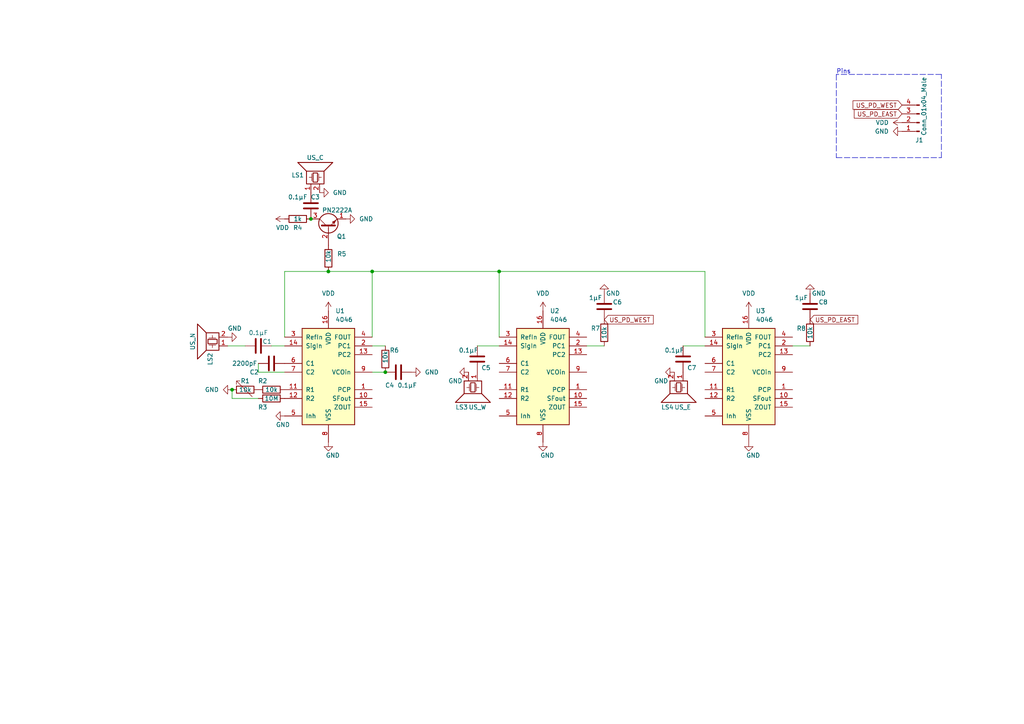
<source format=kicad_sch>
(kicad_sch (version 20211123) (generator eeschema)
  (paper "A4")
  (lib_symbols
    (symbol "4xxx:4046" (pin_names (offset 1.016))
      (property "Reference" "U" (at -7.62 13.97 0))
      (property "Value" "4046" (at -7.62 -16.51 0))
      (symbol "4046_1_0"
        (pin output line (at 12.7 -5.08 180) (length 5.08) (name "PCP") (number "1"))
        (pin output line (at 12.7 -7.62 180) (length 5.08) (name "SFout") (number "10"))
        (pin input line (at -12.7 -5.08 0) (length 5.08) (name "R1") (number "11"))
        (pin input line (at -12.7 -7.62 0) (length 5.08) (name "R2") (number "12"))
        (pin tri_state line (at 12.7 5.08 180) (length 5.08) (name "PC2") (number "13"))
        (pin input line (at -12.7 7.62 0) (length 5.08) (name "SigIn") (number "14"))
        (pin output line (at 12.7 -10.16 180) (length 5.08) (name "ZOUT") (number "15"))
        (pin power_in line (at 0 17.78 270) (length 5.08) (name "VDD") (number "16"))
        (pin output line (at 12.7 7.62 180) (length 5.08) (name "PC1") (number "2"))
        (pin input line (at -12.7 10.16 0) (length 5.08) (name "RefIn") (number "3"))
        (pin input line (at 12.7 10.16 180) (length 5.08) (name "FOUT") (number "4"))
        (pin input line (at -12.7 -12.7 0) (length 5.08) (name "Inh") (number "5"))
        (pin input line (at -12.7 2.54 0) (length 5.08) (name "C1") (number "6"))
        (pin input line (at -12.7 0 0) (length 5.08) (name "C2") (number "7"))
        (pin power_in line (at 0 -20.32 90) (length 5.08) (name "VSS") (number "8"))
        (pin input line (at 12.7 0 180) (length 5.08) (name "VCOin") (number "9"))
      )
      (symbol "4046_1_1"
        (rectangle (start -7.62 12.7) (end 7.62 -15.24) (stroke (width 0.254)) (fill (type background)))
      )
    )
    (symbol "Connector:Conn_01x04_Male" (pin_names (offset 1.016) hide)
      (property "Reference" "J" (at 0 5.08 0))
      (property "Value" "Conn_01x04_Male" (at 0 -7.62 0))
      (symbol "Conn_01x04_Male_1_1"
        (polyline (pts (xy 1.27 -5.08) (xy 0.8636 -5.08)) (stroke (width 0.1524)))
        (polyline (pts (xy 1.27 -2.54) (xy 0.8636 -2.54)) (stroke (width 0.1524)))
        (polyline (pts (xy 1.27 0) (xy 0.8636 0)) (stroke (width 0.1524)))
        (polyline (pts (xy 1.27 2.54) (xy 0.8636 2.54)) (stroke (width 0.1524)))
        (rectangle (start 0.8636 -4.953) (end 0 -5.207) (stroke (width 0.1524)) (fill (type outline)))
        (rectangle (start 0.8636 -2.413) (end 0 -2.667) (stroke (width 0.1524)) (fill (type outline)))
        (rectangle (start 0.8636 0.127) (end 0 -0.127) (stroke (width 0.1524)) (fill (type outline)))
        (rectangle (start 0.8636 2.667) (end 0 2.413) (stroke (width 0.1524)) (fill (type outline)))
        (pin passive line (at 5.08 2.54 180) (length 3.81) (name "Pin_1") (number "1"))
        (pin passive line (at 5.08 0 180) (length 3.81) (name "Pin_2") (number "2"))
        (pin passive line (at 5.08 -2.54 180) (length 3.81) (name "Pin_3") (number "3"))
        (pin passive line (at 5.08 -5.08 180) (length 3.81) (name "Pin_4") (number "4"))
      )
    )
    (symbol "Device:C" (pin_numbers hide) (pin_names (offset 0.254))
      (property "Reference" "C" (at 0.635 2.54 0))
      (property "Value" "C" (at 0.635 -2.54 0))
      (symbol "C_0_1"
        (polyline (pts (xy -2.032 -0.762) (xy 2.032 -0.762)) (stroke (width 0.508)))
        (polyline (pts (xy -2.032 0.762) (xy 2.032 0.762)) (stroke (width 0.508)))
      )
      (symbol "C_1_1"
        (pin passive line (at 0 3.81 270) (length 2.794) (name "~") (number "1"))
        (pin passive line (at 0 -3.81 90) (length 2.794) (name "~") (number "2"))
      )
    )
    (symbol "Device:R" (pin_numbers hide) (pin_names (offset 0))
      (property "Reference" "R" (at 2.032 0 90))
      (property "Value" "R" (at 0 0 90))
      (symbol "R_0_1"
        (rectangle (start -1.016 -2.54) (end 1.016 2.54) (stroke (width 0.254)))
      )
      (symbol "R_1_1"
        (pin passive line (at 0 3.81 270) (length 1.27) (name "~") (number "1"))
        (pin passive line (at 0 -3.81 90) (length 1.27) (name "~") (number "2"))
      )
    )
    (symbol "Device:R_Variable" (pin_numbers hide) (pin_names (offset 0))
      (property "Reference" "R" (at 2.54 -2.54 90))
      (property "Value" "R_Variable" (at -2.54 -1.27 90))
      (symbol "R_Variable_0_1"
        (rectangle (start -1.016 -2.54) (end 1.016 2.54) (stroke (width 0.254)))
        (polyline (pts (xy 2.54 1.524) (xy 2.54 2.54) (xy 1.524 2.54) (xy 2.54 2.54) (xy -2.032 -2.032)))
      )
      (symbol "R_Variable_1_1"
        (pin passive line (at 0 3.81 270) (length 1.27) (name "~") (number "1"))
        (pin passive line (at 0 -3.81 90) (length 1.27) (name "~") (number "2"))
      )
    )
    (symbol "Device:Speaker_Ultrasound" (pin_names (offset 0) hide)
      (property "Reference" "LS" (at 0.635 5.715 0))
      (property "Value" "Speaker_Ultrasound" (at 0.635 3.81 0))
      (symbol "Speaker_Ultrasound_0_0"
        (rectangle (start -2.54 1.27) (end 1.143 -3.81) (stroke (width 0.254)))
        (rectangle (start -2.032 -0.635) (end 0.635 -1.905) (stroke (width 0.254)))
        (polyline (pts (xy -1.651 -2.286) (xy 0.381 -2.286)))
        (polyline (pts (xy -1.651 -0.254) (xy 0.381 -0.254)))
        (polyline (pts (xy -0.635 -2.286) (xy -0.635 -3.048)))
        (polyline (pts (xy -0.635 -0.254) (xy -0.635 0.508)))
        (polyline (pts (xy 1.143 1.27) (xy 3.683 3.81) (xy 3.683 -6.35) (xy 1.143 -3.81)) (stroke (width 0.254)))
      )
      (symbol "Speaker_Ultrasound_1_1"
        (pin input line (at -5.08 0 0) (length 2.54) (name "1") (number "1"))
        (pin input line (at -5.08 -2.54 0) (length 2.54) (name "2") (number "2"))
      )
    )
    (symbol "Transistor_BJT:PN2222A" (pin_names (offset 0) hide)
      (property "Reference" "Q" (at 5.08 1.905 0))
      (property "Value" "PN2222A" (at 5.08 0 0))
      (symbol "PN2222A_0_1"
        (polyline (pts (xy 0 0) (xy 0.635 0)))
        (polyline (pts (xy 2.54 -2.54) (xy 0.635 -0.635)))
        (polyline (pts (xy 2.54 2.54) (xy 0.635 0.635)))
        (polyline (pts (xy 0.635 1.905) (xy 0.635 -1.905) (xy 0.635 -1.905)) (stroke (width 0.508)))
        (polyline (pts (xy 2.413 -2.413) (xy 1.905 -1.905) (xy 1.905 -1.905)))
        (polyline (pts (xy 1.143 -1.651) (xy 1.651 -1.143) (xy 2.159 -2.159) (xy 1.143 -1.651) (xy 1.143 -1.651)) (fill (type outline)))
        (circle (center 1.27 0) (radius 2.8194) (stroke (width 0.254)))
      )
      (symbol "PN2222A_1_1"
        (pin passive line (at 2.54 -5.08 90) (length 2.54) (name "E") (number "1"))
        (pin input line (at -5.08 0 0) (length 5.08) (name "B") (number "2"))
        (pin passive line (at 2.54 5.08 270) (length 2.54) (name "C") (number "3"))
      )
    )
    (symbol "power:GND" (power) (pin_names (offset 0))
      (property "Value" "GND" (at 0 -3.81 0))
      (symbol "GND_0_1"
        (polyline (pts (xy 0 0) (xy 0 -1.27) (xy 1.27 -1.27) (xy 0 -2.54) (xy -1.27 -1.27) (xy 0 -1.27)))
      )
      (symbol "GND_1_1"
        (pin power_in line (at 0 0 270) (length 0) hide (name "GND") (number "1"))
      )
    )
    (symbol "power:VDD" (power) (pin_names (offset 0))
      (property "Value" "VDD" (at 0 3.81 0))
      (symbol "VDD_0_1"
        (polyline (pts (xy -0.762 1.27) (xy 0 2.54)))
        (polyline (pts (xy 0 0) (xy 0 2.54)))
        (polyline (pts (xy 0 2.54) (xy 0.762 1.27)))
      )
      (symbol "VDD_1_1"
        (pin power_in line (at 0 0 90) (length 0) hide (name "VDD") (number "1"))
      )
    )
  )
  (junction (at 95.25 78.74))
  (junction (at 90.17 63.5))
  (junction (at 67.31 113.03))
  (junction (at 144.78 78.74))
  (junction (at 107.95 78.74))
  (junction (at 111.76 107.95))
  (polyline (pts (xy 273.05 21.59) (xy 242.57 21.59)))
  (wire (pts (xy 74.93 115.57) (xy 67.31 115.57)))
  (wire (pts (xy 229.87 100.33) (xy 234.95 100.33)))
  (wire (pts (xy 107.95 107.95) (xy 111.76 107.95)))
  (wire (pts (xy 170.18 100.33) (xy 175.26 100.33)))
  (polyline (pts (xy 273.05 45.72) (xy 273.05 21.59)))
  (wire (pts (xy 198.12 100.33) (xy 204.47 100.33)))
  (wire (pts (xy 138.43 100.33) (xy 144.78 100.33)))
  (wire (pts (xy 82.55 107.95) (xy 74.93 107.95)))
  (wire (pts (xy 78.74 100.33) (xy 82.55 100.33)))
  (wire (pts (xy 204.47 78.74) (xy 144.78 78.74)))
  (wire (pts (xy 95.25 78.74) (xy 82.55 78.74)))
  (wire (pts (xy 107.95 100.33) (xy 111.76 100.33)))
  (wire (pts (xy 82.55 78.74) (xy 82.55 97.79)))
  (wire (pts (xy 107.95 78.74) (xy 95.25 78.74)))
  (wire (pts (xy 74.93 107.95) (xy 74.93 105.41)))
  (wire (pts (xy 67.31 115.57) (xy 67.31 113.03)))
  (wire (pts (xy 107.95 78.74) (xy 144.78 78.74)))
  (wire (pts (xy 107.95 97.79) (xy 107.95 78.74)))
  (polyline (pts (xy 242.57 45.72) (xy 273.05 45.72)))
  (wire (pts (xy 204.47 97.79) (xy 204.47 78.74)))
  (wire (pts (xy 144.78 97.79) (xy 144.78 78.74)))
  (polyline (pts (xy 242.57 21.59) (xy 242.57 45.72)))
  (wire (pts (xy 66.04 100.33) (xy 71.12 100.33)))
  (text "Pins" (at 242.57 21.59 0) (effects (font (size 1.27 1.27)) (justify left bottom)))
  (global_label "US_PD_EAST" (shape input) (at 261.62 33.02 180) (property "Intersheet References" "${INTERSHEET_REFS}" (effects hide)))
  (global_label "US_PD_WEST" (shape input) (at 175.26 92.71 0) (property "Intersheet References" "${INTERSHEET_REFS}" (effects hide)))
  (global_label "US_PD_EAST" (shape input) (at 234.95 92.71 0) (property "Intersheet References" "${INTERSHEET_REFS}" (effects hide)))
  (global_label "US_PD_WEST" (shape input) (at 261.62 30.48 180) (property "Intersheet References" "${INTERSHEET_REFS}" (effects hide)))
  (symbol (lib_id "power:GND") (at 95.25 128.27 0) (unit 1)
    (property "Reference" "#PWR0105" (effects hide))
    (property "Value" "GND" (at 96.52 132.08 0))
  )
  (symbol (lib_id "power:VDD") (at 82.55 63.5 90) (unit 1)
    (property "Reference" "#PWR0107" (effects hide))
    (property "Value" "VDD" (at 80.01 66.04 90) (effects (justify right)))
  )
  (symbol (lib_id "power:GND") (at 157.48 128.27 0) (unit 1)
    (property "Reference" "#PWR0111" (effects hide))
    (property "Value" "GND" (at 158.75 132.08 0))
  )
  (symbol (lib_id "Device:Speaker_Ultrasound") (at 138.43 113.03 270) (unit 1)
    (property "Reference" "LS3" (at 132.08 118.11 90) (effects (justify left)))
    (property "Value" "US_W" (at 135.8901 118.11 90) (effects (justify left)))
    (property "Footprint" "Buzzer_Beeper:Buzzer_D14mm_H7mm_P10mm" (effects hide))
  )
  (symbol (lib_id "Device:C") (at 138.43 104.14 180) (unit 1)
    (property "Reference" "C5" (at 140.97 106.68 0))
    (property "Value" "0.1µF" (at 135.89 101.6 0))
    (property "Footprint" "Capacitor_THT:C_Disc_D5.0mm_W2.5mm_P5.00mm" (effects hide))
  )
  (symbol (lib_id "Device:C") (at 234.95 88.9 180) (unit 1)
    (property "Reference" "C8" (at 238.76 87.63 0))
    (property "Value" "1µF" (at 232.41 86.36 0))
    (property "Footprint" "Capacitor_THT:C_Disc_D5.0mm_W2.5mm_P5.00mm" (effects hide))
  )
  (symbol (lib_id "Device:C") (at 175.26 88.9 180) (unit 1)
    (property "Reference" "C6" (at 179.07 87.63 0))
    (property "Value" "1µF" (at 172.72 86.36 0))
    (property "Footprint" "Capacitor_THT:C_Disc_D5.0mm_W2.5mm_P5.00mm" (effects hide))
  )
  (symbol (lib_id "power:GND") (at 175.26 85.09 180) (unit 1)
    (property "Reference" "#PWR0112" (effects hide))
    (property "Value" "GND" (at 177.8 85.09 0))
  )
  (symbol (lib_id "power:VDD") (at 261.62 35.56 90) (unit 1)
    (property "Reference" "#PWR0119" (effects hide))
    (property "Value" "VDD" (at 257.81 35.5599 90) (effects (justify left)))
  )
  (symbol (lib_id "Device:C") (at 74.93 100.33 90) (unit 1)
    (property "Reference" "C1" (at 77.47 99.06 90))
    (property "Value" "0.1µF" (at 74.93 96.52 90))
    (property "Footprint" "Capacitor_THT:C_Disc_D5.0mm_W2.5mm_P5.00mm" (effects hide))
  )
  (symbol (lib_id "Device:R") (at 86.36 63.5 90) (unit 1)
    (property "Reference" "R4" (at 86.36 66.04 90))
    (property "Value" "1k" (at 86.36 63.5 90))
    (property "Footprint" "Resistor_SMD:R_0805_2012Metric_Pad1.20x1.40mm_HandSolder" (effects hide))
  )
  (symbol (lib_id "4xxx:4046") (at 217.17 107.95 0) (unit 1)
    (property "Reference" "U3" (at 219.1894 90.17 0) (effects (justify left)))
    (property "Value" "4046" (at 219.1894 92.71 0) (effects (justify left)))
    (property "Footprint" "Package_DIP:DIP-16_W7.62mm_Socket_LongPads" (effects hide))
    (property "Datasheet" "https://assets.nexperia.com/documents/data-sheet/HEF4046B.pdf" (effects hide))
  )
  (symbol (lib_id "power:GND") (at 234.95 85.09 180) (unit 1)
    (property "Reference" "#PWR0114" (effects hide))
    (property "Value" "GND" (at 237.49 85.09 0))
  )
  (symbol (lib_id "Connector:Conn_01x04_Male") (at 266.7 35.56 180) (unit 1)
    (property "Reference" "J1" (at 265.43 40.64 0) (effects (justify right)))
    (property "Value" "Conn_01x04_Male" (at 267.97 39.37 90) (effects (justify right)))
    (property "Footprint" "Connector_PinHeader_2.54mm:PinHeader_1x04_P2.54mm_Vertical" (effects hide))
  )
  (symbol (lib_id "power:GND") (at 217.17 128.27 0) (unit 1)
    (property "Reference" "#PWR0116" (effects hide))
    (property "Value" "GND" (at 218.44 132.08 0))
  )
  (symbol (lib_id "Device:C") (at 90.17 59.69 0) (unit 1)
    (property "Reference" "C3" (at 91.44 57.15 0))
    (property "Value" "0.1µF" (at 86.36 57.15 0))
    (property "Footprint" "Capacitor_THT:C_Disc_D5.0mm_W2.5mm_P5.00mm" (effects hide))
  )
  (symbol (lib_id "Device:C") (at 198.12 104.14 180) (unit 1)
    (property "Reference" "C7" (at 200.66 106.68 0))
    (property "Value" "0.1µF" (at 195.58 101.6 0))
    (property "Footprint" "Capacitor_THT:C_Disc_D5.0mm_W2.5mm_P5.00mm" (effects hide))
  )
  (symbol (lib_id "Device:C") (at 115.57 107.95 270) (unit 1)
    (property "Reference" "C4" (at 113.03 111.76 90))
    (property "Value" "0.1µF" (at 118.11 111.76 90))
    (property "Footprint" "Capacitor_THT:C_Disc_D5.0mm_W2.5mm_P5.00mm" (effects hide))
  )
  (symbol (lib_id "Device:R") (at 78.74 113.03 90) (unit 1)
    (property "Reference" "R2" (at 76.2 110.49 90))
    (property "Value" "10k" (at 78.74 113.03 90))
    (property "Footprint" "Resistor_SMD:R_0805_2012Metric_Pad1.20x1.40mm_HandSolder" (effects hide))
  )
  (symbol (lib_id "Device:R") (at 111.76 104.14 0) (unit 1)
    (property "Reference" "R6" (at 113.03 101.6 0) (effects (justify left)))
    (property "Value" "10k" (at 111.76 105.41 90) (effects (justify left)))
    (property "Footprint" "Resistor_SMD:R_0805_2012Metric_Pad1.20x1.40mm_HandSolder" (effects hide))
  )
  (symbol (lib_id "Device:Speaker_Ultrasound") (at 60.96 100.33 180) (unit 1)
    (property "Reference" "LS2" (at 60.96 104.14 90))
    (property "Value" "US_N" (at 55.88 99.06 90))
    (property "Footprint" "Buzzer_Beeper:Buzzer_D14mm_H7mm_P10mm" (effects hide))
  )
  (symbol (lib_id "Transistor_BJT:PN2222A") (at 95.25 66.04 90) (unit 1)
    (property "Reference" "Q1" (at 99.06 68.58 90))
    (property "Value" "PN2222A" (at 97.79 60.96 90))
    (property "Footprint" "Package_TO_SOT_THT:TO-92_Inline" (effects hide))
    (property "Datasheet" "https://www.onsemi.com/pub/Collateral/PN2222-D.PDF" (effects hide))
  )
  (symbol (lib_id "power:GND") (at 261.62 38.1 270) (unit 1)
    (property "Reference" "#PWR0115" (effects hide))
    (property "Value" "GND" (at 257.81 38.0999 90) (effects (justify right)))
  )
  (symbol (lib_id "Device:R_Variable") (at 71.12 113.03 90) (unit 1)
    (property "Reference" "R1" (at 71.12 110.49 90))
    (property "Value" "10k" (at 71.12 113.03 90))
    (property "Footprint" "Potentiometer_THT:Potentiometer_Bourns_3296W_Vertical" (effects hide))
  )
  (symbol (lib_id "Device:C") (at 78.74 105.41 270) (unit 1)
    (property "Reference" "C2" (at 72.39 107.95 90) (effects (justify left)))
    (property "Value" "2200pF" (at 67.31 105.41 90) (effects (justify left)))
    (property "Footprint" "Capacitor_THT:C_Disc_D5.0mm_W2.5mm_P5.00mm" (effects hide))
  )
  (symbol (lib_id "4xxx:4046") (at 157.48 107.95 0) (unit 1)
    (property "Reference" "U2" (at 159.4994 90.17 0) (effects (justify left)))
    (property "Value" "4046" (at 159.4994 92.71 0) (effects (justify left)))
    (property "Footprint" "Package_DIP:DIP-16_W7.62mm_Socket_LongPads" (effects hide))
    (property "Datasheet" "https://assets.nexperia.com/documents/data-sheet/HEF4046B.pdf" (effects hide))
  )
  (symbol (lib_id "4xxx:4046") (at 95.25 107.95 0) (unit 1)
    (property "Reference" "U1" (at 97.2694 90.17 0) (effects (justify left)))
    (property "Value" "4046" (at 97.2694 92.71 0) (effects (justify left)))
    (property "Footprint" "Package_DIP:DIP-16_W7.62mm_Socket_LongPads" (effects hide))
    (property "Datasheet" "https://assets.nexperia.com/documents/data-sheet/HEF4046B.pdf" (effects hide))
  )
  (symbol (lib_id "power:GND") (at 100.33 63.5 90) (unit 1)
    (property "Reference" "#PWR0106" (effects hide))
    (property "Value" "GND" (at 104.14 63.4999 90) (effects (justify right)))
  )
  (symbol (lib_id "power:VDD") (at 217.17 90.17 0) (unit 1)
    (property "Reference" "#PWR0117" (effects hide))
    (property "Value" "VDD" (at 217.17 85.09 0))
  )
  (symbol (lib_id "power:VDD") (at 157.48 90.17 0) (unit 1)
    (property "Reference" "#PWR0113" (effects hide))
    (property "Value" "VDD" (at 157.48 85.09 0))
  )
  (symbol (lib_id "Device:R") (at 175.26 96.52 180) (unit 1)
    (property "Reference" "R7" (at 172.72 95.25 0))
    (property "Value" "10k" (at 175.26 96.52 90))
    (property "Footprint" "Resistor_SMD:R_0805_2012Metric_Pad1.20x1.40mm_HandSolder" (effects hide))
  )
  (symbol (lib_id "Device:R") (at 95.25 74.93 0) (unit 1)
    (property "Reference" "R5" (at 97.79 73.6599 0) (effects (justify left)))
    (property "Value" "10k" (at 95.25 76.2 90) (effects (justify left)))
    (property "Footprint" "Resistor_SMD:R_0805_2012Metric_Pad1.20x1.40mm_HandSolder" (effects hide))
  )
  (symbol (lib_id "power:GND") (at 82.55 120.65 270) (unit 1)
    (property "Reference" "#PWR0104" (effects hide))
    (property "Value" "GND" (at 80.01 123.19 90) (effects (justify left)))
  )
  (symbol (lib_id "Device:Speaker_Ultrasound") (at 198.12 113.03 270) (unit 1)
    (property "Reference" "LS4" (at 191.77 118.11 90) (effects (justify left)))
    (property "Value" "US_E" (at 195.5801 118.11 90) (effects (justify left)))
    (property "Footprint" "Buzzer_Beeper:Buzzer_D14mm_H7mm_P10mm" (effects hide))
  )
  (symbol (lib_id "power:GND") (at 195.58 107.95 270) (unit 1)
    (property "Reference" "#PWR0118" (effects hide))
    (property "Value" "GND" (at 191.77 110.49 90))
  )
  (symbol (lib_id "power:GND") (at 67.31 113.03 270) (unit 1)
    (property "Reference" "#PWR0102" (effects hide))
    (property "Value" "GND" (at 63.5 113.0299 90) (effects (justify right)))
  )
  (symbol (lib_id "power:VDD") (at 95.25 90.17 0) (unit 1)
    (property "Reference" "#PWR0101" (effects hide))
    (property "Value" "VDD" (at 95.25 85.09 0))
  )
  (symbol (lib_id "power:GND") (at 119.38 107.95 90) (unit 1)
    (property "Reference" "#PWR0109" (effects hide))
    (property "Value" "GND" (at 123.19 107.9499 90) (effects (justify right)))
  )
  (symbol (lib_id "Device:Speaker_Ultrasound") (at 90.17 50.8 90) (unit 1)
    (property "Reference" "LS1" (at 86.36 50.8 90))
    (property "Value" "US_C" (at 91.44 45.72 90))
    (property "Footprint" "Buzzer_Beeper:Buzzer_D14mm_H7mm_P10mm" (effects hide))
  )
  (symbol (lib_id "power:GND") (at 92.71 55.88 90) (unit 1)
    (property "Reference" "#PWR0108" (effects hide))
    (property "Value" "GND" (at 96.52 55.8799 90) (effects (justify right)))
  )
  (symbol (lib_id "Device:R") (at 78.74 115.57 90) (unit 1)
    (property "Reference" "R3" (at 76.2 118.11 90))
    (property "Value" "10M" (at 78.74 115.57 90))
    (property "Footprint" "Resistor_SMD:R_0805_2012Metric_Pad1.20x1.40mm_HandSolder" (effects hide))
  )
  (symbol (lib_id "Device:R") (at 234.95 96.52 180) (unit 1)
    (property "Reference" "R8" (at 232.41 95.25 0))
    (property "Value" "10k" (at 234.95 96.52 90))
    (property "Footprint" "Resistor_SMD:R_0805_2012Metric_Pad1.20x1.40mm_HandSolder" (effects hide))
  )
  (symbol (lib_id "power:GND") (at 66.04 97.79 90) (unit 1)
    (property "Reference" "#PWR0103" (effects hide))
    (property "Value" "GND" (at 66.04 95.25 90) (effects (justify right)))
  )
  (symbol (lib_id "power:GND") (at 135.89 107.95 270) (unit 1)
    (property "Reference" "#PWR0110" (effects hide))
    (property "Value" "GND" (at 132.08 110.49 90))
  )
)
</source>
